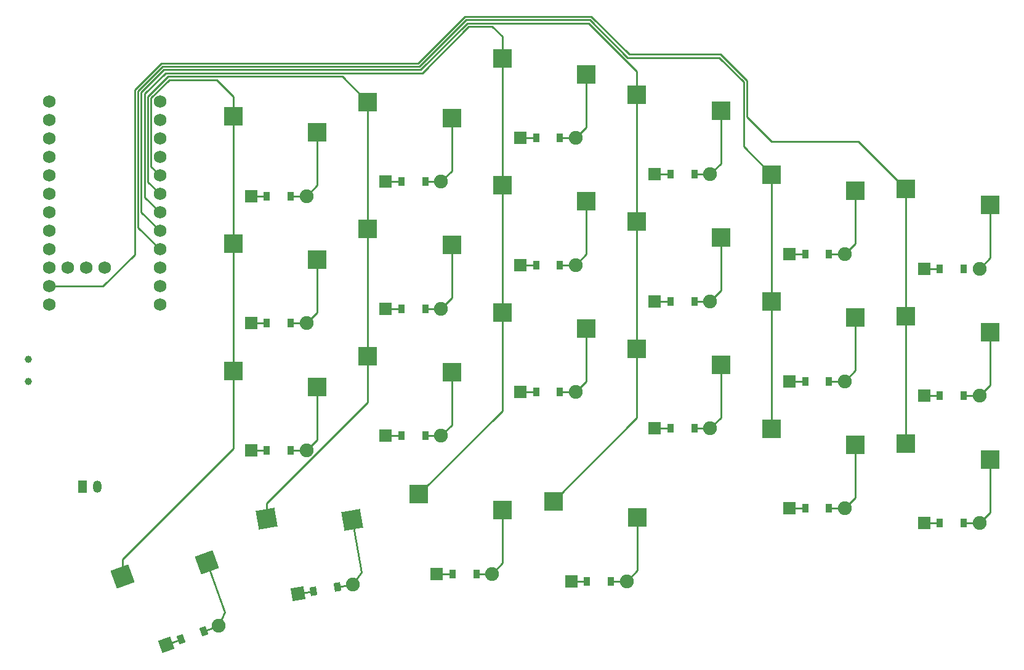
<source format=gbr>
%TF.GenerationSoftware,KiCad,Pcbnew,8.0.4*%
%TF.CreationDate,2024-08-22T13:25:09+01:00*%
%TF.ProjectId,right (v2 backup),72696768-7420-4287-9632-206261636b75,v1.0.0*%
%TF.SameCoordinates,Original*%
%TF.FileFunction,Copper,L2,Bot*%
%TF.FilePolarity,Positive*%
%FSLAX46Y46*%
G04 Gerber Fmt 4.6, Leading zero omitted, Abs format (unit mm)*
G04 Created by KiCad (PCBNEW 8.0.4) date 2024-08-22 13:25:09*
%MOMM*%
%LPD*%
G01*
G04 APERTURE LIST*
G04 Aperture macros list*
%AMRotRect*
0 Rectangle, with rotation*
0 The origin of the aperture is its center*
0 $1 length*
0 $2 width*
0 $3 Rotation angle, in degrees counterclockwise*
0 Add horizontal line*
21,1,$1,$2,0,0,$3*%
G04 Aperture macros list end*
%TA.AperFunction,SMDPad,CuDef*%
%ADD10R,2.600000X2.600000*%
%TD*%
%TA.AperFunction,SMDPad,CuDef*%
%ADD11RotRect,2.600000X2.600000X10.000000*%
%TD*%
%TA.AperFunction,SMDPad,CuDef*%
%ADD12RotRect,2.600000X2.600000X20.000000*%
%TD*%
%TA.AperFunction,SMDPad,CuDef*%
%ADD13R,0.900000X1.200000*%
%TD*%
%TA.AperFunction,ComponentPad*%
%ADD14R,1.778000X1.778000*%
%TD*%
%TA.AperFunction,ComponentPad*%
%ADD15C,1.905000*%
%TD*%
%TA.AperFunction,SMDPad,CuDef*%
%ADD16RotRect,0.900000X1.200000X10.000000*%
%TD*%
%TA.AperFunction,ComponentPad*%
%ADD17RotRect,1.778000X1.778000X10.000000*%
%TD*%
%TA.AperFunction,SMDPad,CuDef*%
%ADD18RotRect,0.900000X1.200000X20.000000*%
%TD*%
%TA.AperFunction,ComponentPad*%
%ADD19RotRect,1.778000X1.778000X20.000000*%
%TD*%
%TA.AperFunction,ComponentPad*%
%ADD20C,1.752600*%
%TD*%
%TA.AperFunction,WasherPad*%
%ADD21C,1.000000*%
%TD*%
%TA.AperFunction,ComponentPad*%
%ADD22R,1.200000X1.700000*%
%TD*%
%TA.AperFunction,ComponentPad*%
%ADD23O,1.200000X1.700000*%
%TD*%
%TA.AperFunction,Conductor*%
%ADD24C,0.250000*%
%TD*%
G04 APERTURE END LIST*
D10*
%TO.P,S1,1*%
%TO.N,P104*%
X382290179Y-76530608D03*
%TO.P,S1,2*%
%TO.N,mirror_first_bottom*%
X393840179Y-78730608D03*
%TD*%
%TO.P,S2,1*%
%TO.N,P104*%
X382290178Y-59030609D03*
%TO.P,S2,2*%
%TO.N,mirror_first_home*%
X393840178Y-61230609D03*
%TD*%
%TO.P,S3,1*%
%TO.N,P104*%
X382290177Y-41530608D03*
%TO.P,S3,2*%
%TO.N,mirror_first_top*%
X393840177Y-43730608D03*
%TD*%
%TO.P,S4,1*%
%TO.N,P113*%
X363790176Y-74530610D03*
%TO.P,S4,2*%
%TO.N,mirror_second_bottom*%
X375340176Y-76730610D03*
%TD*%
%TO.P,S5,1*%
%TO.N,P113*%
X363790178Y-57030608D03*
%TO.P,S5,2*%
%TO.N,mirror_second_home*%
X375340178Y-59230608D03*
%TD*%
%TO.P,S6,1*%
%TO.N,P113*%
X363790178Y-39530608D03*
%TO.P,S6,2*%
%TO.N,mirror_second_top*%
X375340178Y-41730608D03*
%TD*%
%TO.P,S7,1*%
%TO.N,P115*%
X345290179Y-63530608D03*
%TO.P,S7,2*%
%TO.N,mirror_third_bottom*%
X356840179Y-65730608D03*
%TD*%
%TO.P,S8,1*%
%TO.N,P115*%
X345290178Y-46030608D03*
%TO.P,S8,2*%
%TO.N,mirror_third_home*%
X356840178Y-48230608D03*
%TD*%
%TO.P,S9,1*%
%TO.N,P115*%
X345290179Y-28530608D03*
%TO.P,S9,2*%
%TO.N,mirror_third_top*%
X356840179Y-30730608D03*
%TD*%
%TO.P,S10,1*%
%TO.N,P002*%
X326790179Y-58530609D03*
%TO.P,S10,2*%
%TO.N,mirror_fourth_bottom*%
X338340179Y-60730609D03*
%TD*%
%TO.P,S11,1*%
%TO.N,P002*%
X326790178Y-41030608D03*
%TO.P,S11,2*%
%TO.N,mirror_fourth_home*%
X338340178Y-43230608D03*
%TD*%
%TO.P,S12,1*%
%TO.N,P002*%
X326790179Y-23530609D03*
%TO.P,S12,2*%
%TO.N,mirror_fourth_top*%
X338340179Y-25730609D03*
%TD*%
%TO.P,S13,1*%
%TO.N,P029*%
X308290178Y-64530608D03*
%TO.P,S13,2*%
%TO.N,mirror_fifth_bottom*%
X319840178Y-66730608D03*
%TD*%
%TO.P,S14,1*%
%TO.N,P029*%
X308290178Y-47030609D03*
%TO.P,S14,2*%
%TO.N,mirror_fifth_home*%
X319840178Y-49230609D03*
%TD*%
%TO.P,S15,1*%
%TO.N,P029*%
X308290177Y-29530608D03*
%TO.P,S15,2*%
%TO.N,mirror_fifth_top*%
X319840177Y-31730608D03*
%TD*%
%TO.P,S16,1*%
%TO.N,P031*%
X289790178Y-66530609D03*
%TO.P,S16,2*%
%TO.N,mirror_sixth_bottom*%
X301340178Y-68730609D03*
%TD*%
%TO.P,S17,1*%
%TO.N,P031*%
X289790178Y-49030609D03*
%TO.P,S17,2*%
%TO.N,mirror_sixth_home*%
X301340178Y-51230609D03*
%TD*%
%TO.P,S18,1*%
%TO.N,P031*%
X289790178Y-31530608D03*
%TO.P,S18,2*%
%TO.N,mirror_sixth_top*%
X301340178Y-33730608D03*
%TD*%
%TO.P,S19,1*%
%TO.N,P115*%
X333790178Y-84530607D03*
%TO.P,S19,2*%
%TO.N,mirror_first_only*%
X345340178Y-86730607D03*
%TD*%
%TO.P,S20,1*%
%TO.N,P002*%
X315290178Y-83530608D03*
%TO.P,S20,2*%
%TO.N,mirror_second_only*%
X326840178Y-85730608D03*
%TD*%
D11*
%TO.P,S21,1*%
%TO.N,P029*%
X294380623Y-86889264D03*
%TO.P,S21,2*%
%TO.N,mirror_third_only*%
X306137178Y-87050204D03*
%TD*%
D12*
%TO.P,S22,1*%
%TO.N,P031*%
X274545603Y-94812608D03*
%TO.P,S22,2*%
%TO.N,mirror_fourth_only*%
X286151497Y-92929599D03*
%TD*%
D13*
%TO.P,D1,2*%
%TO.N,mirror_first_bottom*%
X390215178Y-87480609D03*
%TO.P,D1,1*%
%TO.N,P009*%
X386915178Y-87480611D03*
D14*
X384755178Y-87480610D03*
D15*
%TO.P,D1,2*%
%TO.N,mirror_first_bottom*%
X392375178Y-87480610D03*
%TD*%
D13*
%TO.P,D2,2*%
%TO.N,mirror_first_home*%
X390215179Y-69980607D03*
%TO.P,D2,1*%
%TO.N,P010*%
X386915179Y-69980609D03*
D14*
X384755179Y-69980608D03*
D15*
%TO.P,D2,2*%
%TO.N,mirror_first_home*%
X392375179Y-69980608D03*
%TD*%
D13*
%TO.P,D3,2*%
%TO.N,mirror_first_top*%
X390215177Y-52480608D03*
%TO.P,D3,1*%
%TO.N,P111*%
X386915177Y-52480610D03*
D14*
X384755177Y-52480609D03*
D15*
%TO.P,D3,2*%
%TO.N,mirror_first_top*%
X392375177Y-52480609D03*
%TD*%
D13*
%TO.P,D4,2*%
%TO.N,mirror_second_bottom*%
X371715178Y-85480608D03*
%TO.P,D4,1*%
%TO.N,P009*%
X368415178Y-85480610D03*
D14*
X366255178Y-85480609D03*
D15*
%TO.P,D4,2*%
%TO.N,mirror_second_bottom*%
X373875178Y-85480609D03*
%TD*%
D13*
%TO.P,D5,2*%
%TO.N,mirror_second_home*%
X371715176Y-67980608D03*
%TO.P,D5,1*%
%TO.N,P010*%
X368415176Y-67980610D03*
D14*
X366255176Y-67980609D03*
D15*
%TO.P,D5,2*%
%TO.N,mirror_second_home*%
X373875176Y-67980609D03*
%TD*%
D13*
%TO.P,D6,2*%
%TO.N,mirror_second_top*%
X371715179Y-50480608D03*
%TO.P,D6,1*%
%TO.N,P111*%
X368415179Y-50480610D03*
D14*
X366255179Y-50480609D03*
D15*
%TO.P,D6,2*%
%TO.N,mirror_second_top*%
X373875179Y-50480609D03*
%TD*%
D13*
%TO.P,D7,2*%
%TO.N,mirror_third_bottom*%
X353215177Y-74480608D03*
%TO.P,D7,1*%
%TO.N,P009*%
X349915177Y-74480610D03*
D14*
X347755177Y-74480609D03*
D15*
%TO.P,D7,2*%
%TO.N,mirror_third_bottom*%
X355375177Y-74480609D03*
%TD*%
D13*
%TO.P,D8,2*%
%TO.N,mirror_third_home*%
X353215179Y-56980607D03*
%TO.P,D8,1*%
%TO.N,P010*%
X349915179Y-56980609D03*
D14*
X347755179Y-56980608D03*
D15*
%TO.P,D8,2*%
%TO.N,mirror_third_home*%
X355375179Y-56980608D03*
%TD*%
D13*
%TO.P,D9,2*%
%TO.N,mirror_third_top*%
X353215178Y-39480608D03*
%TO.P,D9,1*%
%TO.N,P111*%
X349915178Y-39480610D03*
D14*
X347755178Y-39480609D03*
D15*
%TO.P,D9,2*%
%TO.N,mirror_third_top*%
X355375178Y-39480609D03*
%TD*%
D13*
%TO.P,D10,2*%
%TO.N,mirror_fourth_bottom*%
X334715177Y-69480608D03*
%TO.P,D10,1*%
%TO.N,P009*%
X331415177Y-69480610D03*
D14*
X329255177Y-69480609D03*
D15*
%TO.P,D10,2*%
%TO.N,mirror_fourth_bottom*%
X336875177Y-69480609D03*
%TD*%
D13*
%TO.P,D11,2*%
%TO.N,mirror_fourth_home*%
X334715178Y-51980607D03*
%TO.P,D11,1*%
%TO.N,P010*%
X331415178Y-51980609D03*
D14*
X329255178Y-51980608D03*
D15*
%TO.P,D11,2*%
%TO.N,mirror_fourth_home*%
X336875178Y-51980608D03*
%TD*%
D13*
%TO.P,D12,2*%
%TO.N,mirror_fourth_top*%
X334715179Y-34480608D03*
%TO.P,D12,1*%
%TO.N,P111*%
X331415179Y-34480610D03*
D14*
X329255179Y-34480609D03*
D15*
%TO.P,D12,2*%
%TO.N,mirror_fourth_top*%
X336875179Y-34480609D03*
%TD*%
D13*
%TO.P,D13,2*%
%TO.N,mirror_fifth_bottom*%
X316215179Y-75480609D03*
%TO.P,D13,1*%
%TO.N,P009*%
X312915179Y-75480611D03*
D14*
X310755179Y-75480610D03*
D15*
%TO.P,D13,2*%
%TO.N,mirror_fifth_bottom*%
X318375179Y-75480610D03*
%TD*%
D13*
%TO.P,D14,2*%
%TO.N,mirror_fifth_home*%
X316215177Y-57980607D03*
%TO.P,D14,1*%
%TO.N,P010*%
X312915177Y-57980609D03*
D14*
X310755177Y-57980608D03*
D15*
%TO.P,D14,2*%
%TO.N,mirror_fifth_home*%
X318375177Y-57980608D03*
%TD*%
D13*
%TO.P,D15,2*%
%TO.N,mirror_fifth_top*%
X316215178Y-40480608D03*
%TO.P,D15,1*%
%TO.N,P111*%
X312915178Y-40480610D03*
D14*
X310755178Y-40480609D03*
D15*
%TO.P,D15,2*%
%TO.N,mirror_fifth_top*%
X318375178Y-40480609D03*
%TD*%
D13*
%TO.P,D16,2*%
%TO.N,mirror_sixth_bottom*%
X297715178Y-77480609D03*
%TO.P,D16,1*%
%TO.N,P009*%
X294415178Y-77480611D03*
D14*
X292255178Y-77480610D03*
D15*
%TO.P,D16,2*%
%TO.N,mirror_sixth_bottom*%
X299875178Y-77480610D03*
%TD*%
D13*
%TO.P,D17,2*%
%TO.N,mirror_sixth_home*%
X297715179Y-59980606D03*
%TO.P,D17,1*%
%TO.N,P010*%
X294415179Y-59980608D03*
D14*
X292255179Y-59980607D03*
D15*
%TO.P,D17,2*%
%TO.N,mirror_sixth_home*%
X299875179Y-59980607D03*
%TD*%
D13*
%TO.P,D18,2*%
%TO.N,mirror_sixth_top*%
X297715178Y-42480608D03*
%TO.P,D18,1*%
%TO.N,P111*%
X294415178Y-42480610D03*
D14*
X292255178Y-42480609D03*
D15*
%TO.P,D18,2*%
%TO.N,mirror_sixth_top*%
X299875178Y-42480609D03*
%TD*%
D13*
%TO.P,D19,2*%
%TO.N,mirror_first_only*%
X341715176Y-95480608D03*
%TO.P,D19,1*%
%TO.N,P106*%
X338415176Y-95480610D03*
D14*
X336255176Y-95480609D03*
D15*
%TO.P,D19,2*%
%TO.N,mirror_first_only*%
X343875176Y-95480609D03*
%TD*%
D13*
%TO.P,D20,2*%
%TO.N,mirror_second_only*%
X323215178Y-94480607D03*
%TO.P,D20,1*%
%TO.N,P106*%
X319915178Y-94480609D03*
D14*
X317755178Y-94480608D03*
D15*
%TO.P,D20,2*%
%TO.N,mirror_second_only*%
X325375178Y-94480608D03*
%TD*%
D16*
%TO.P,D21,2*%
%TO.N,mirror_third_only*%
X304086672Y-96296749D03*
%TO.P,D21,1*%
%TO.N,P106*%
X300836806Y-96869785D03*
D17*
X298709621Y-97244867D03*
D15*
%TO.P,D21,2*%
%TO.N,mirror_third_only*%
X306213857Y-95921667D03*
%TD*%
D18*
%TO.P,D22,2*%
%TO.N,mirror_fourth_only*%
X285737787Y-102391734D03*
%TO.P,D22,1*%
%TO.N,P106*%
X282636801Y-103520398D03*
D19*
X280607065Y-104259163D03*
D15*
%TO.P,D22,2*%
%TO.N,mirror_fourth_only*%
X287767523Y-101652969D03*
%TD*%
D20*
%TO.P,MCU1,1*%
%TO.N,P006*%
X264445178Y-29510610D03*
%TO.P,MCU1,2*%
%TO.N,P008*%
X264445178Y-32050609D03*
%TO.P,MCU1,3*%
%TO.N,GND*%
X264445178Y-34590609D03*
%TO.P,MCU1,4*%
X264445178Y-37130609D03*
%TO.P,MCU1,5*%
%TO.N,P017*%
X264445178Y-39670609D03*
%TO.P,MCU1,6*%
%TO.N,P020*%
X264445178Y-42210609D03*
%TO.P,MCU1,7*%
%TO.N,P022*%
X264445178Y-44750609D03*
%TO.P,MCU1,8*%
%TO.N,P024*%
X264445178Y-47290609D03*
%TO.P,MCU1,9*%
%TO.N,P100*%
X264445179Y-49830609D03*
%TO.P,MCU1,10*%
%TO.N,P011*%
X264445178Y-52370609D03*
%TO.P,MCU1,11*%
%TO.N,P104*%
X264445178Y-54910609D03*
%TO.P,MCU1,12*%
%TO.N,P106*%
X264445178Y-57450609D03*
%TO.P,MCU1,13*%
%TO.N,P009*%
X279685178Y-57450608D03*
%TO.P,MCU1,14*%
%TO.N,P010*%
X279685178Y-54910609D03*
%TO.P,MCU1,15*%
%TO.N,P111*%
X279685178Y-52370609D03*
%TO.P,MCU1,16*%
%TO.N,P113*%
X279685178Y-49830609D03*
%TO.P,MCU1,17*%
%TO.N,P115*%
X279685178Y-47290609D03*
%TO.P,MCU1,18*%
%TO.N,P002*%
X279685178Y-44750609D03*
%TO.P,MCU1,19*%
%TO.N,P029*%
X279685178Y-42210609D03*
%TO.P,MCU1,20*%
%TO.N,P031*%
X279685178Y-39670609D03*
%TO.P,MCU1,21*%
%TO.N,VCC*%
X279685177Y-37130609D03*
%TO.P,MCU1,22*%
%TO.N,RST*%
X279685178Y-34590609D03*
%TO.P,MCU1,23*%
%TO.N,GND*%
X279685178Y-32050609D03*
%TO.P,MCU1,24*%
%TO.N,RAW*%
X279685178Y-29510609D03*
%TO.P,MCU1,31*%
%TO.N,P101*%
X266985178Y-52370609D03*
%TO.P,MCU1,32*%
%TO.N,P102*%
X269525178Y-52370609D03*
%TO.P,MCU1,33*%
%TO.N,P107*%
X272065178Y-52370609D03*
%TD*%
D21*
%TO.P,T1,*%
%TO.N,*%
X261565178Y-64980607D03*
X261565178Y-67980607D03*
%TD*%
D22*
%TO.P,JST1,1*%
%TO.N,pos*%
X269065178Y-82480608D03*
D23*
%TO.P,JST1,2*%
%TO.N,GND*%
X271065178Y-82480608D03*
%TD*%
D24*
%TO.N,P104*%
X276233878Y-50566122D02*
X271889391Y-54910609D01*
X276233878Y-27856934D02*
X276233878Y-50566122D01*
X315200000Y-24200000D02*
X279890812Y-24200000D01*
X321600000Y-17800000D02*
X315200000Y-24200000D01*
X339000000Y-17800000D02*
X321600000Y-17800000D01*
X356800000Y-23000000D02*
X344200000Y-23000000D01*
X271889391Y-54910609D02*
X264445178Y-54910609D01*
X360400000Y-26600000D02*
X356800000Y-23000000D01*
X279890812Y-24200000D02*
X276233878Y-27856934D01*
X360400000Y-31600000D02*
X360400000Y-26600000D01*
X363800000Y-35000000D02*
X360400000Y-31600000D01*
X375759569Y-35000000D02*
X363800000Y-35000000D01*
X382290177Y-41530608D02*
X375759569Y-35000000D01*
X344200000Y-23000000D02*
X339000000Y-17800000D01*
%TO.N,P113*%
X276683878Y-46829309D02*
X279685178Y-49830609D01*
X276683878Y-28043330D02*
X276683878Y-46829309D01*
X280077208Y-24650000D02*
X276683878Y-28043330D01*
X338813604Y-18250000D02*
X321786396Y-18250000D01*
X344013604Y-23450000D02*
X338813604Y-18250000D01*
X356613604Y-23450000D02*
X344013604Y-23450000D01*
X321786396Y-18250000D02*
X315386396Y-24650000D01*
X315386396Y-24650000D02*
X280077208Y-24650000D01*
X359950000Y-26786396D02*
X356613604Y-23450000D01*
X359950000Y-35690430D02*
X359950000Y-26786396D01*
X363790178Y-39530608D02*
X359950000Y-35690430D01*
%TO.N,P115*%
X280263604Y-25100000D02*
X277133878Y-28229726D01*
X338627208Y-18700000D02*
X321972792Y-18700000D01*
X321972792Y-18700000D02*
X315572792Y-25100000D01*
X345290179Y-25362971D02*
X338627208Y-18700000D01*
X315572792Y-25100000D02*
X280263604Y-25100000D01*
X277133878Y-44739309D02*
X279685178Y-47290609D01*
X345290179Y-28530608D02*
X345290179Y-25362971D01*
X277133878Y-28229726D02*
X277133878Y-44739309D01*
%TO.N,P002*%
X277583878Y-28416122D02*
X277583878Y-42649309D01*
X277583878Y-42649309D02*
X279685178Y-44750609D01*
X325400000Y-19150000D02*
X322159188Y-19150000D01*
X326790179Y-20540179D02*
X325400000Y-19150000D01*
X322159188Y-19150000D02*
X315759188Y-25550000D01*
X315759188Y-25550000D02*
X280450000Y-25550000D01*
X280450000Y-25550000D02*
X277583878Y-28416122D01*
X326790179Y-23530609D02*
X326790179Y-20540179D01*
%TO.N,P029*%
X278033878Y-40559309D02*
X279685178Y-42210609D01*
X280810496Y-26050000D02*
X278033878Y-28826618D01*
X278033878Y-28826618D02*
X278033878Y-40559309D01*
X304809569Y-26050000D02*
X280810496Y-26050000D01*
X308290177Y-29530608D02*
X304809569Y-26050000D01*
%TO.N,P031*%
X278483878Y-29013014D02*
X278483878Y-38469309D01*
X280996892Y-26500000D02*
X278483878Y-29013014D01*
X287500000Y-26500000D02*
X280996892Y-26500000D01*
X289790178Y-28790178D02*
X287500000Y-26500000D01*
X289790178Y-31530608D02*
X289790178Y-28790178D01*
X278483878Y-38469309D02*
X279685178Y-39670609D01*
X289790178Y-77209822D02*
X274545603Y-92454397D01*
X289790178Y-66530609D02*
X289790178Y-77209822D01*
X274545603Y-92454397D02*
X274545603Y-94812608D01*
X289790178Y-49030609D02*
X289790178Y-66530609D01*
X289790178Y-31530608D02*
X289790178Y-49030609D01*
%TO.N,P029*%
X294380623Y-84781823D02*
X294380623Y-86889264D01*
X308290178Y-70872268D02*
X294380623Y-84781823D01*
X308290178Y-64530608D02*
X308290178Y-70872268D01*
X308290178Y-47030609D02*
X308290178Y-64530608D01*
X308290177Y-47030608D02*
X308290178Y-47030609D01*
X308290177Y-29530608D02*
X308290177Y-47030608D01*
%TO.N,P002*%
X326790179Y-72030607D02*
X315290178Y-83530608D01*
X326790179Y-58530609D02*
X326790179Y-72030607D01*
X326790178Y-58530608D02*
X326790179Y-58530609D01*
X326790178Y-41030608D02*
X326790178Y-58530608D01*
X326790179Y-41030607D02*
X326790178Y-41030608D01*
X326790179Y-23530609D02*
X326790179Y-41030607D01*
%TO.N,P115*%
X345290179Y-73030606D02*
X333790178Y-84530607D01*
X345290179Y-63530608D02*
X345290179Y-73030606D01*
X345290179Y-46309823D02*
X345290179Y-63530608D01*
X345290178Y-46309822D02*
X345290179Y-46309823D01*
X345290178Y-46030608D02*
X345290178Y-46309822D01*
X345290179Y-46030607D02*
X345290178Y-46030608D01*
X345290179Y-28530608D02*
X345290179Y-46030607D01*
%TO.N,P113*%
X363790176Y-57390180D02*
X363790176Y-74530610D01*
X363790178Y-57390178D02*
X363790176Y-57390180D01*
X363790178Y-57030608D02*
X363790178Y-57390178D01*
X363790178Y-39530608D02*
X363790178Y-57030608D01*
%TO.N,P104*%
X382290178Y-76530607D02*
X382290179Y-76530608D01*
X382290178Y-59030609D02*
X382290178Y-76530607D01*
X382290177Y-41530608D02*
X382290177Y-59030608D01*
X382290177Y-59030608D02*
X382290178Y-59030609D01*
%TO.N,P106*%
X280607067Y-104259160D02*
X280607066Y-104259162D01*
X282636801Y-103520397D02*
X280607067Y-104259160D01*
%TO.N,mirror_fourth_only*%
X285737790Y-102391729D02*
X285737788Y-102391732D01*
X287767523Y-101652967D02*
X285737790Y-102391729D01*
X286151498Y-92929599D02*
X288643114Y-99775257D01*
X288643114Y-99775257D02*
X287767523Y-101652967D01*
%TO.N,P106*%
X300836805Y-96869784D02*
X298709624Y-97244865D01*
X298709624Y-97244865D02*
X298709622Y-97244867D01*
%TO.N,mirror_third_only*%
X304086673Y-96296745D02*
X304086671Y-96296747D01*
X306213856Y-95921666D02*
X304086673Y-96296745D01*
X307402206Y-94224528D02*
X306213856Y-95921666D01*
X306137177Y-87050203D02*
X307402206Y-94224528D01*
%TO.N,P106*%
X319915177Y-94480608D02*
X317755178Y-94480608D01*
%TO.N,mirror_second_only*%
X325375177Y-94480609D02*
X323215179Y-94480607D01*
X326840178Y-93015608D02*
X325375177Y-94480609D01*
X326840177Y-85730608D02*
X326840178Y-93015608D01*
%TO.N,P106*%
X338415177Y-95480608D02*
X336255178Y-95480608D01*
%TO.N,mirror_first_only*%
X343875177Y-95480609D02*
X341715178Y-95480608D01*
X345340179Y-94015609D02*
X343875177Y-95480609D01*
X345340177Y-86730608D02*
X345340179Y-94015609D01*
%TO.N,mirror_first_bottom*%
X393840178Y-78730609D02*
X393840178Y-86015609D01*
X393840178Y-86015609D02*
X392375179Y-87480610D01*
X390215179Y-87480608D02*
X392375179Y-87480610D01*
%TO.N,P009*%
X384755177Y-87480609D02*
X386915178Y-87480610D01*
%TO.N,mirror_second_bottom*%
X375340178Y-84015610D02*
X373875179Y-85480609D01*
X375340179Y-76730610D02*
X375340178Y-84015610D01*
X371715176Y-85480608D02*
X373875179Y-85480609D01*
%TO.N,P009*%
X366255177Y-85480607D02*
X368415178Y-85480610D01*
%TO.N,mirror_third_bottom*%
X356840178Y-73015608D02*
X355375178Y-74480610D01*
X356840178Y-65730609D02*
X356840178Y-73015608D01*
X353215177Y-74480607D02*
X355375178Y-74480610D01*
%TO.N,P009*%
X347755178Y-74480609D02*
X349915178Y-74480609D01*
%TO.N,mirror_fourth_bottom*%
X338340178Y-68015609D02*
X336875178Y-69480608D01*
X338340178Y-60730609D02*
X338340178Y-68015609D01*
X334715177Y-69480609D02*
X336875178Y-69480608D01*
%TO.N,P009*%
X329255178Y-69480608D02*
X331415178Y-69480608D01*
%TO.N,mirror_fifth_bottom*%
X319840179Y-74015608D02*
X318375178Y-75480610D01*
X319840178Y-66730607D02*
X319840179Y-74015608D01*
X316215178Y-75480608D02*
X318375178Y-75480610D01*
%TO.N,P009*%
X310755179Y-75480610D02*
X312915178Y-75480609D01*
%TO.N,mirror_sixth_bottom*%
X301340178Y-76015607D02*
X299875179Y-77480610D01*
X301340178Y-68730607D02*
X301340178Y-76015607D01*
X297715177Y-77480609D02*
X299875179Y-77480610D01*
%TO.N,P009*%
X292255178Y-77480610D02*
X294415179Y-77480609D01*
%TO.N,P010*%
X294415176Y-59980609D02*
X292255179Y-59980608D01*
%TO.N,mirror_sixth_home*%
X299875178Y-59980609D02*
X297715179Y-59980608D01*
X301340179Y-58515609D02*
X299875178Y-59980609D01*
X301340178Y-51230609D02*
X301340179Y-58515609D01*
%TO.N,P010*%
X312915178Y-57980609D02*
X310755177Y-57980609D01*
%TO.N,mirror_fifth_home*%
X318375179Y-57980609D02*
X316215178Y-57980609D01*
X319840178Y-56515610D02*
X318375179Y-57980609D01*
X319840179Y-49230609D02*
X319840178Y-56515610D01*
%TO.N,P010*%
X331415177Y-51980609D02*
X329255179Y-51980609D01*
%TO.N,mirror_fourth_home*%
X336875177Y-51980607D02*
X334715178Y-51980609D01*
X338340179Y-50515609D02*
X336875177Y-51980607D01*
X338340178Y-43230608D02*
X338340179Y-50515609D01*
%TO.N,P010*%
X349915178Y-56980609D02*
X347755178Y-56980607D01*
%TO.N,mirror_third_home*%
X355375177Y-56980609D02*
X353215178Y-56980608D01*
X356840177Y-48230609D02*
X356840178Y-55515610D01*
X356840178Y-55515610D02*
X355375177Y-56980609D01*
%TO.N,P010*%
X368415178Y-67980609D02*
X366255179Y-67980609D01*
%TO.N,mirror_second_home*%
X373875176Y-67980609D02*
X371715178Y-67980609D01*
X375340179Y-66515610D02*
X373875176Y-67980609D01*
X375340177Y-59230608D02*
X375340179Y-66515610D01*
%TO.N,P010*%
X386915178Y-69980609D02*
X384755177Y-69980608D01*
%TO.N,mirror_first_home*%
X392375179Y-69980608D02*
X390215178Y-69980608D01*
X393840178Y-68515610D02*
X392375179Y-69980608D01*
X393840178Y-61230610D02*
X393840178Y-68515610D01*
%TO.N,mirror_first_top*%
X393840177Y-51015609D02*
X392375178Y-52480609D01*
X393840177Y-43730609D02*
X393840177Y-51015609D01*
%TO.N,P111*%
X384755177Y-52480608D02*
X386915177Y-52480609D01*
%TO.N,mirror_second_top*%
X375340178Y-49015608D02*
X373875178Y-50480609D01*
X375340179Y-41730609D02*
X375340178Y-49015608D01*
X371715177Y-50480609D02*
X373875178Y-50480609D01*
%TO.N,P111*%
X366255178Y-50480607D02*
X368415178Y-50480609D01*
%TO.N,mirror_third_top*%
X356840179Y-30730608D02*
X356840178Y-38015608D01*
X356840178Y-38015608D02*
X355375179Y-39480609D01*
X353215177Y-39480608D02*
X355375179Y-39480609D01*
%TO.N,P111*%
X347755177Y-39480610D02*
X349915179Y-39480608D01*
%TO.N,mirror_fourth_top*%
X338340177Y-33015609D02*
X336875179Y-34480610D01*
X338340178Y-25730609D02*
X338340177Y-33015609D01*
X334715178Y-34480608D02*
X336875179Y-34480610D01*
%TO.N,P111*%
X329255177Y-34480609D02*
X331415179Y-34480609D01*
%TO.N,mirror_fifth_top*%
X319840177Y-31730608D02*
X319840177Y-39015607D01*
X319840177Y-39015607D02*
X318375178Y-40480608D01*
X316215179Y-40480608D02*
X318375178Y-40480608D01*
%TO.N,P111*%
X310755178Y-40480609D02*
X312915176Y-40480608D01*
%TO.N,mirror_sixth_top*%
X301340177Y-41015608D02*
X299875178Y-42480608D01*
X301340176Y-33730607D02*
X301340177Y-41015608D01*
X297715178Y-42480608D02*
X299875178Y-42480608D01*
%TO.N,P111*%
X292255177Y-42480609D02*
X294415177Y-42480607D01*
%TD*%
M02*

</source>
